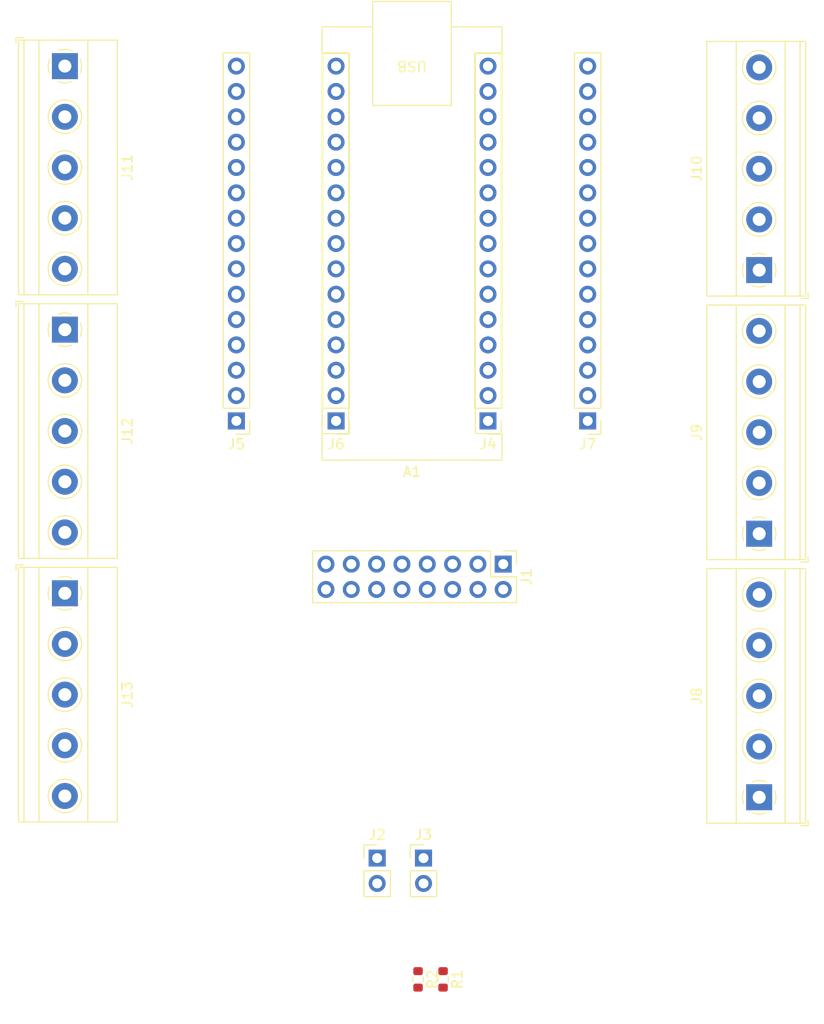
<source format=kicad_pcb>
(kicad_pcb (version 20240108) (generator "pcbnew") (generator_version "8.0")
  (layers (0 "F.Cu" signal) (31 "B.Cu" signal) (34 "B.Paste" user) (35 "F.Paste" user) (36 "B.SilkS" user "B.Silkscreen") (37 "F.SilkS" user "F.Silkscreen") (38 "B.Mask" user) (39 "F.Mask" user) (44 "Edge.Cuts" user))
  (net 0 "")
  (net 1 "GND")
  (net 2 "Net-(A1-D5)")
  (net 3 "Net-(A1-AREF)")
  (net 4 "Net-(A1-D10)")
  (net 5 "Net-(A1-A6)")
  (net 6 "I2C_SDA")
  (net 7 "RST")
  (net 8 "Net-(A1-D9)")
  (net 9 "Net-(A1-A3)")
  (net 10 "SPI_MOSI")
  (net 11 "SPI_SCK")
  (net 12 "I2C_SCL")
  (net 13 "Net-(A1-D2)")
  (net 14 "Net-(A1-D1{slash}TX)")
  (net 15 "SPI_MISO")
  (net 16 "Net-(A1-A2)")
  (net 17 "Net-(A1-A1)")
  (net 18 "Net-(A1-D6)")
  (net 19 "Net-(A1-A7)")
  (net 20 "Net-(A1-A0)")
  (net 21 "Net-(A1-D3)")
  (net 22 "Net-(A1-D4)")
  (net 23 "Net-(A1-D7)")
  (net 24 "Net-(A1-D0{slash}RX)")
  (net 26 "Net-(A1-D8)")
  (net 27 "3v3")
  (net 28 "5v")
  (net 34 "Net-(J2-Pin_2)")
  (net 35 "Net-(J3-Pin_2)")
  (net 36 "Net-(J13-Pin_5)")
  (footprint "Connector_PinHeader_2.54mm:PinHeader_1x02_P2.54mm_Vertical" (layer "F.Cu") (at 76.249 126.238)
    (property "Reference" "J2" (at 0 -2.33 0) (layer "F.SilkS"))
    (property "Value" "Conn_01x02_Pin")
    (fp_line (start -1.33 -1.33) (end 0 -1.33) (stroke (width 0.12)) (layer "F.SilkS"))
    (fp_line (start -1.33 0) (end -1.33 -1.33) (stroke (width 0.12)) (layer "F.SilkS"))
    (fp_line (start -1.33 1.27) (end -1.33 3.87) (stroke (width 0.12)) (layer "F.SilkS"))
    (fp_line (start -1.33 1.27) (end 1.33 1.27) (stroke (width 0.12)) (layer "F.SilkS"))
    (fp_line (start -1.33 3.87) (end 1.33 3.87) (stroke (width 0.12)) (layer "F.SilkS"))
    (fp_line (start 1.33 1.27) (end 1.33 3.87) (stroke (width 0.12)) (layer "F.SilkS"))
    (pad "1" thru_hole rect (at 0 0) (size 1.7 1.7) (drill 1) (layers "*.Cu" "*.Mask") (net 28 "5v"))
    (pad "2" thru_hole oval (at 0 2.54) (size 1.7 1.7) (drill 1) (layers "*.Cu" "*.Mask") (net 34 "Net-(J2-Pin_2)"))
  )
  (footprint "TerminalBlock_Phoenix:TerminalBlock_Phoenix_MKDS-1,5-5-5.08_1x05_P5.08mm_Horizontal" (layer "F.Cu") (at 44.925 73.279 -90)
    (property "Reference" "J12" (at 10.16 -6.26 90) (layer "F.SilkS"))
    (property "Value" "Screw_Terminal_01x05")
    (fp_line (start -2.84 4.9) (end -2.34 4.9) (stroke (width 0.12)) (layer "F.SilkS"))
    (fp_line (start -2.6 4.66) (end 22.92 4.66) (stroke (width 0.12)) (layer "F.SilkS"))
    (fp_line (start -2.84 4.16) (end -2.84 4.9) (stroke (width 0.12)) (layer "F.SilkS"))
    (fp_line (start -2.6 4.1) (end 22.92 4.1) (stroke (width 0.12)) (layer "F.SilkS"))
    (fp_line (start -2.6 2.6) (end 22.92 2.6) (stroke (width 0.12)) (layer "F.SilkS"))
    (fp_line (start 4.046 1.239) (end 4.011 1.274) (stroke (width 0.12)) (layer "F.SilkS"))
    (fp_line (start 9.126 1.239) (end 9.091 1.274) (stroke (width 0.12)) (layer "F.SilkS"))
    (fp_line (start 14.206 1.239) (end 14.171 1.274) (stroke (width 0.12)) (layer "F.SilkS"))
    (fp_line (start 19.286 1.239) (end 19.251 1.274) (stroke (width 0.12)) (layer "F.SilkS"))
    (fp_line (start 3.853 1.023) (end 3.806 1.069) (stroke (width 0.12)) (layer "F.SilkS"))
    (fp_line (start 8.933 1.023) (end 8.886 1.069) (stroke (width 0.12)) (layer "F.SilkS"))
    (fp_line (start 14.013 1.023) (end 13.966 1.069) (stroke (width 0.12)) (layer "F.SilkS"))
    (fp_line (start 19.093 1.023) (end 19.046 1.069) (stroke (width 0.12)) (layer "F.SilkS"))
    (fp_line (start 6.355 -1.069) (end 6.308 -1.023) (stroke (width 0.12)) (layer "F.SilkS"))
    (fp_line (start 11.435 -1.069) (end 11.388 -1.023) (stroke (width 0.12)) (layer "F.SilkS"))
    (fp_line (start 16.515 -1.069) (end 16.468 -1.023) (stroke (width 0.12)) (layer "F.SilkS"))
    (fp_line (start 21.595 -1.069) (end 21.548 -1.023) (stroke (width 0.12)) (layer "F.SilkS"))
    (fp_line (start 6.15 -1.275) (end 6.115 -1.239) (stroke (width 0.12)) (layer "F.SilkS"))
    (fp_line (start 11.23 -1.275) (end 11.195 -1.239) (stroke (width 0.12)) (layer "F.SilkS"))
    (fp_line (start 16.31 -1.275) (end 16.275 -1.239) (stroke (width 0.12)) (layer "F.SilkS"))
    (fp_line (start 21.39 -1.275) (end 21.355 -1.239) (stroke (width 0.12)) (layer "F.SilkS"))
    (fp_line (start -2.6 -2.301) (end 22.92 -2.301) (stroke (width 0.12)) (layer "F.SilkS"))
    (fp_line (start -2.6 -5.261) (end -2.6 4.66) (stroke (width 0.12)) (layer "F.SilkS"))
    (fp_line (start -2.6 -5.261) (end 22.92 -5.261) (stroke (width 0.12)) (layer "F.SilkS"))
    (fp_line (start 22.92 -5.261) (end 22.92 4.66) (stroke (width 0.12)) (layer "F.SilkS"))
    (fp_arc (start 0.028805 1.680253) (mid -0.335551 1.646659) (end -0.684 1.535) (stroke (width 0.12)) (layer "F.SilkS"))
    (fp_arc (start 0.683318 1.534756) (mid 0.349292 1.643288) (end 0 1.68) (stroke (width 0.12)) (layer "F.SilkS"))
    (fp_arc (start -1.535427 0.683042) (mid -1.680501 -0.000524) (end -1.535 -0.684) (stroke (width 0.12)) (layer "F.SilkS"))
    (fp_arc (start 1.535427 -0.683042) (mid 1.680501 0.000524) (end 1.535 0.684) (stroke (width 0.12)) (layer "F.SilkS"))
    (fp_arc (start -0.683042 -1.535427) (mid 0.000524 -1.680501) (end 0.684 -1.535) (stroke (width 0.12)) (layer "F.SilkS"))
    (fp_circle (center 5.08 0) (end 6.76 0) (stroke (width 0.12)) (fill none) (layer "F.SilkS"))
    (fp_circle (center 10.16 0) (end 11.84 0) (stroke (width 0.12)) (fill none) (layer "F.SilkS"))
    (fp_circle (center 15.24 0) (end 16.92 0) (stroke (width 0.12)) (fill none) (layer "F.SilkS"))
    (fp_circle (center 20.32 0) (end 22 0) (stroke (width 0.12)) (fill none) (layer "F.SilkS"))
    (pad "1" thru_hole rect (at 0 0 270) (size 2.6 2.6) (drill 1.3) (layers "*.Cu" "*.Mask") (net 16 "Net-(A1-A2)"))
    (pad "2" thru_hole circle (at 5.08 0 270) (size 2.6 2.6) (drill 1.3) (layers "*.Cu" "*.Mask") (net 9 "Net-(A1-A3)"))
    (pad "3" thru_hole circle (at 10.16 0 270) (size 2.6 2.6) (drill 1.3) (layers "*.Cu" "*.Mask") (net 6 "I2C_SDA"))
    (pad "4" thru_hole circle (at 15.24 0 270) (size 2.6 2.6) (drill 1.3) (layers "*.Cu" "*.Mask") (net 12 "I2C_SCL"))
    (pad "5" thru_hole circle (at 20.32 0 270) (size 2.6 2.6) (drill 1.3) (layers "*.Cu" "*.Mask") (net 5 "Net-(A1-A6)"))
  )
  (footprint "Connector_PinHeader_2.54mm:PinHeader_2x08_P2.54mm_Vertical" (layer "F.Cu") (at 88.892933 96.774967 -90)
    (property "Reference" "J1" (at 1.27 -2.33 90) (layer "F.SilkS"))
    (property "Value" "Conn_02x08_Odd_Even")
    (fp_line (start -1.33 19.11) (end 3.87 19.11) (stroke (width 0.12)) (layer "F.SilkS"))
    (fp_line (start -1.33 1.27) (end -1.33 19.11) (stroke (width 0.12)) (layer "F.SilkS"))
    (fp_line (start -1.33 1.27) (end 1.27 1.27) (stroke (width 0.12)) (layer "F.SilkS"))
    (fp_line (start 1.27 1.27) (end 1.27 -1.33) (stroke (width 0.12)) (layer "F.SilkS"))
    (fp_line (start -1.33 0) (end -1.33 -1.33) (stroke (width 0.12)) (layer "F.SilkS"))
    (fp_line (start -1.33 -1.33) (end 0 -1.33) (stroke (width 0.12)) (layer "F.SilkS"))
    (fp_line (start 1.27 -1.33) (end 3.87 -1.33) (stroke (width 0.12)) (layer "F.SilkS"))
    (fp_line (start 3.87 -1.33) (end 3.87 19.11) (stroke (width 0.12)) (layer "F.SilkS"))
    (pad "1" thru_hole rect (at 0 0 270) (size 1.7 1.7) (drill 1) (layers "*.Cu" "*.Mask") (net 27 "3v3"))
    (pad "2" thru_hole oval (at 2.54 0 270) (size 1.7 1.7) (drill 1) (layers "*.Cu" "*.Mask") (net 27 "3v3"))
    (pad "3" thru_hole oval (at 0 2.54 270) (size 1.7 1.7) (drill 1) (layers "*.Cu" "*.Mask") (net 28 "5v"))
    (pad "4" thru_hole oval (at 2.54 2.54 270) (size 1.7 1.7) (drill 1) (layers "*.Cu" "*.Mask") (net 28 "5v"))
    (pad "5" thru_hole oval (at 0 5.08 270) (size 1.7 1.7) (drill 1) (layers "*.Cu" "*.Mask") (net 1 "GND"))
    (pad "6" thru_hole oval (at 2.54 5.08 270) (size 1.7 1.7) (drill 1) (layers "*.Cu" "*.Mask") (net 1 "GND"))
    (pad "7" thru_hole oval (at 0 7.62 270) (size 1.7 1.7) (drill 1) (layers "*.Cu" "*.Mask") (net 6 "I2C_SDA"))
    (pad "8" thru_hole oval (at 2.54 7.62 270) (size 1.7 1.7) (drill 1) (layers "*.Cu" "*.Mask") (net 12 "I2C_SCL"))
    (pad "9" thru_hole oval (at 0 10.16 270) (size 1.7 1.7) (drill 1) (layers "*.Cu" "*.Mask") (net 10 "SPI_MOSI"))
    (pad "10" thru_hole oval (at 2.54 10.16 270) (size 1.7 1.7) (drill 1) (layers "*.Cu" "*.Mask") (net 15 "SPI_MISO"))
    (pad "11" thru_hole oval (at 0 12.7 270) (size 1.7 1.7) (drill 1) (layers "*.Cu" "*.Mask") (net 11 "SPI_SCK"))
    (pad "12" thru_hole oval (at 2.54 12.7 270) (size 1.7 1.7) (drill 1) (layers "*.Cu" "*.Mask"))
    (pad "13" thru_hole oval (at 0 15.24 270) (size 1.7 1.7) (drill 1) (layers "*.Cu" "*.Mask"))
    (pad "14" thru_hole oval (at 2.54 15.24 270) (size 1.7 1.7) (drill 1) (layers "*.Cu" "*.Mask"))
    (pad "15" thru_hole oval (at 0 17.78 270) (size 1.7 1.7) (drill 1) (layers "*.Cu" "*.Mask"))
    (pad "16" thru_hole oval (at 2.54 17.78 270) (size 1.7 1.7) (drill 1) (layers "*.Cu" "*.Mask"))
  )
  (footprint "Connector_PinHeader_2.54mm:PinHeader_1x15_P2.54mm_Vertical" (layer "F.Cu") (at 97.366 82.425 180)
    (property "Reference" "J7" (at 0 -2.33 360) (layer "F.SilkS"))
    (property "Value" "Conn_01x15")
    (fp_line (start 1.33 1.27) (end 1.33 36.89) (stroke (width 0.12)) (layer "F.SilkS"))
    (fp_line (start -1.33 36.89) (end 1.33 36.89) (stroke (width 0.12)) (layer "F.SilkS"))
    (fp_line (start -1.33 1.27) (end 1.33 1.27) (stroke (width 0.12)) (layer "F.SilkS"))
    (fp_line (start -1.33 1.27) (end -1.33 36.89) (stroke (width 0.12)) (layer "F.SilkS"))
    (fp_line (start -1.33 0) (end -1.33 -1.33) (stroke (width 0.12)) (layer "F.SilkS"))
    (fp_line (start -1.33 -1.33) (end 0 -1.33) (stroke (width 0.12)) (layer "F.SilkS"))
    (pad "1" thru_hole rect (at 0 0 180) (size 1.7 1.7) (drill 1) (layers "*.Cu" "*.Mask") (net 14 "Net-(A1-D1{slash}TX)"))
    (pad "2" thru_hole oval (at 0 2.54 180) (size 1.7 1.7) (drill 1) (layers "*.Cu" "*.Mask") (net 24 "Net-(A1-D0{slash}RX)"))
    (pad "3" thru_hole oval (at 0 5.08 180) (size 1.7 1.7) (drill 1) (layers "*.Cu" "*.Mask") (net 7 "RST"))
    (pad "4" thru_hole oval (at 0 7.62 180) (size 1.7 1.7) (drill 1) (layers "*.Cu" "*.Mask") (net 1 "GND"))
    (pad "5" thru_hole oval (at 0 10.16 180) (size 1.7 1.7) (drill 1) (layers "*.Cu" "*.Mask") (net 13 "Net-(A1-D2)"))
    (pad "6" thru_hole oval (at 0 12.7 180) (size 1.7 1.7) (drill 1) (layers "*.Cu" "*.Mask") (net 21 "Net-(A1-D3)"))
    (pad "7" thru_hole oval (at 0 15.24 180) (size 1.7 1.7) (drill 1) (layers "*.Cu" "*.Mask") (net 22 "Net-(A1-D4)"))
    (pad "8" thru_hole oval (at 0 17.78 180) (size 1.7 1.7) (drill 1) (layers "*.Cu" "*.Mask") (net 2 "Net-(A1-D5)"))
    (pad "9" thru_hole oval (at 0 20.32 180) (size 1.7 1.7) (drill 1) (layers "*.Cu" "*.Mask") (net 18 "Net-(A1-D6)"))
    (pad "10" thru_hole oval (at 0 22.86 180) (size 1.7 1.7) (drill 1) (layers "*.Cu" "*.Mask") (net 23 "Net-(A1-D7)"))
    (pad "11" thru_hole oval (at 0 25.4 180) (size 1.7 1.7) (drill 1) (layers "*.Cu" "*.Mask") (net 26 "Net-(A1-D8)"))
    (pad "12" thru_hole oval (at 0 27.94 180) (size 1.7 1.7) (drill 1) (layers "*.Cu" "*.Mask") (net 8 "Net-(A1-D9)"))
    (pad "13" thru_hole oval (at 0 30.48 180) (size 1.7 1.7) (drill 1) (layers "*.Cu" "*.Mask") (net 4 "Net-(A1-D10)"))
    (pad "14" thru_hole oval (at 0 33.02 180) (size 1.7 1.7) (drill 1) (layers "*.Cu" "*.Mask") (net 10 "SPI_MOSI"))
    (pad "15" thru_hole oval (at 0 35.56 180) (size 1.7 1.7) (drill 1) (layers "*.Cu" "*.Mask") (net 15 "SPI_MISO"))
  )
  (footprint "Connector_PinHeader_2.54mm:PinHeader_1x02_P2.54mm_Vertical" (layer "F.Cu") (at 80.899 126.238)
    (property "Reference" "J3" (at 0 -2.33 0) (layer "F.SilkS"))
    (property "Value" "Conn_01x02_Pin")
    (fp_line (start -1.33 -1.33) (end 0 -1.33) (stroke (width 0.12)) (layer "F.SilkS"))
    (fp_line (start -1.33 0) (end -1.33 -1.33) (stroke (width 0.12)) (layer "F.SilkS"))
    (fp_line (start -1.33 1.27) (end -1.33 3.87) (stroke (width 0.12)) (layer "F.SilkS"))
    (fp_line (start -1.33 1.27) (end 1.33 1.27) (stroke (width 0.12)) (layer "F.SilkS"))
    (fp_line (start -1.33 3.87) (end 1.33 3.87) (stroke (width 0.12)) (layer "F.SilkS"))
    (fp_line (start 1.33 1.27) (end 1.33 3.87) (stroke (width 0.12)) (layer "F.SilkS"))
    (pad "1" thru_hole rect (at 0 0) (size 1.7 1.7) (drill 1) (layers "*.Cu" "*.Mask") (net 28 "5v"))
    (pad "2" thru_hole oval (at 0 2.54) (size 1.7 1.7) (drill 1) (layers "*.Cu" "*.Mask") (net 35 "Net-(J3-Pin_2)"))
  )
  (footprint "TerminalBlock_Phoenix:TerminalBlock_Phoenix_MKDS-1,5-5-5.08_1x05_P5.08mm_Horizontal" (layer "F.Cu") (at 44.925 99.695 -90)
    (property "Reference" "J13" (at 10.16 -6.26 90) (layer "F.SilkS"))
    (property "Value" "Screw_Terminal_01x05")
    (fp_line (start -2.84 4.9) (end -2.34 4.9) (stroke (width 0.12)) (layer "F.SilkS"))
    (fp_line (start -2.6 4.66) (end 22.92 4.66) (stroke (width 0.12)) (layer "F.SilkS"))
    (fp_line (start -2.84 4.16) (end -2.84 4.9) (stroke (width 0.12)) (layer "F.SilkS"))
    (fp_line (start -2.6 4.1) (end 22.92 4.1) (stroke (width 0.12)) (layer "F.SilkS"))
    (fp_line (start -2.6 2.6) (end 22.92 2.6) (stroke (width 0.12)) (layer "F.SilkS"))
    (fp_line (start 4.046 1.239) (end 4.011 1.274) (stroke (width 0.12)) (layer "F.SilkS"))
    (fp_line (start 9.126 1.239) (end 9.091 1.274) (stroke (width 0.12)) (layer "F.SilkS"))
    (fp_line (start 14.206 1.239) (end 14.171 1.274) (stroke (width 0.12)) (layer "F.SilkS"))
    (fp_line (start 19.286 1.239) (end 19.251 1.274) (stroke (width 0.12)) (layer "F.SilkS"))
    (fp_line (start 3.853 1.023) (end 3.806 1.069) (stroke (width 0.12)) (layer "F.SilkS"))
    (fp_line (start 8.933 1.023) (end 8.886 1.069) (stroke (width 0.12)) (layer "F.SilkS"))
    (fp_line (start 14.013 1.023) (end 13.966 1.069) (stroke (width 0.12)) (layer "F.SilkS"))
    (fp_line (start 19.093 1.023) (end 19.046 1.069) (stroke (width 0.12)) (layer "F.SilkS"))
    (fp_line (start 6.355 -1.069) (end 6.308 -1.023) (stroke (width 0.12)) (layer "F.SilkS"))
    (fp_line (start 11.435 -1.069) (end 11.388 -1.023) (stroke (width 0.12)) (layer "F.SilkS"))
    (fp_line (start 16.515 -1.069) (end 16.468 -1.023) (stroke (width 0.12)) (layer "F.SilkS"))
    (fp_line (start 21.595 -1.069) (end 21.548 -1.023) (stroke (width 0.12)) (layer "F.SilkS"))
    (fp_line (start 6.15 -1.275) (end 6.115 -1.239) (stroke (width 0.12)) (layer "F.SilkS"))
    (fp_line (start 11.23 -1.275) (end 11.195 -1.239) (stroke (width 0.12)) (layer "F.SilkS"))
    (fp_line (start 16.31 -1.275) (end 16.275 -1.239) (stroke (width 0.12)) (layer "F.SilkS"))
    (fp_line (start 21.39 -1.275) (end 21.355 -1.239) (stroke (width 0.12)) (layer "F.SilkS"))
    (fp_line (start -2.6 -2.301) (end 22.92 -2.301) (stroke (width 0.12)) (layer "F.SilkS"))
    (fp_line (start -2.6 -5.261) (end -2.6 4.66) (stroke (width 0.12)) (layer "F.SilkS"))
    (fp_line (start -2.6 -5.261) (end 22.92 -5.261) (stroke (width 0.12)) (layer "F.SilkS"))
    (fp_line (start 22.92 -5.261) (end 22.92 4.66) (stroke (width 0.12)) (layer "F.SilkS"))
    (fp_arc (start 0.028805 1.680253) (mid -0.335551 1.646659) (end -0.684 1.535) (stroke (width 0.12)) (layer "F.SilkS"))
    (fp_arc (start 0.683318 1.534756) (mid 0.349292 1.643288) (end 0 1.68) (stroke (width 0.12)) (layer "F.SilkS"))
    (fp_arc (start -1.535427 0.683042) (mid -1.680501 -0.000524) (end -1.535 -0.684) (stroke (width 0.12)) (layer "F.SilkS"))
    (fp_arc (start 1.535427 -0.683042) (mid 1.680501 0.000524) (end 1.535 0.684) (stroke (width 0.12)) (layer "F.SilkS"))
    (fp_arc (start -0.683042 -1.535427) (mid 0.000524 -1.680501) (end 0.684 -1.535) (stroke (width 0.12)) (layer "F.SilkS"))
    (fp_circle (center 5.08 0) (end 6.76 0) (stroke (width 0.12)) (fill none) (layer "F.SilkS"))
    (fp_circle (center 10.16 0) (end 11.84 0) (stroke (width 0.12)) (fill none) (layer "F.SilkS"))
    (fp_circle (center 15.24 0) (end 16.92 0) (stroke (width 0.12)) (fill none) (layer "F.SilkS"))
    (fp_circle (center 20.32 0) (end 22 0) (stroke (width 0.12)) (fill none) (layer "F.SilkS"))
    (pad "1" thru_hole rect (at 0 0 270) (size 2.6 2.6) (drill 1.3) (layers "*.Cu" "*.Mask") (net 19 "Net-(A1-A7)"))
    (pad "2" thru_hole circle (at 5.08 0 270) (size 2.6 2.6) (drill 1.3) (layers "*.Cu" "*.Mask") (net 28 "5v"))
    (pad "3" thru_hole circle (at 10.16 0 270) (size 2.6 2.6) (drill 1.3) (layers "*.Cu" "*.Mask") (net 7 "RST"))
    (pad "4" thru_hole circle (at 15.24 0 270) (size 2.6 2.6) (drill 1.3) (layers "*.Cu" "*.Mask") (net 1 "GND"))
    (pad "5" thru_hole circle (at 20.32 0 270) (size 2.6 2.6) (drill 1.3) (layers "*.Cu" "*.Mask") (net 36 "Net-(J13-Pin_5)"))
  )
  (footprint "Connector_PinHeader_2.54mm:PinHeader_1x15_P2.54mm_Vertical" (layer "F.Cu") (at 72.126 82.425 180)
    (property "Reference" "J6" (at 0 -2.33 360) (layer "F.SilkS"))
    (property "Value" "Conn_01x15")
    (fp_line (start 1.33 1.27) (end 1.33 36.89) (stroke (width 0.12)) (layer "F.SilkS"))
    (fp_line (start -1.33 36.89) (end 1.33 36.89) (stroke (width 0.12)) (layer "F.SilkS"))
    (fp_line (start -1.33 1.27) (end 1.33 1.27) (stroke (width 0.12)) (layer "F.SilkS"))
    (fp_line (start -1.33 1.27) (end -1.33 36.89) (stroke (width 0.12)) (layer "F.SilkS"))
    (fp_line (start -1.33 0) (end -1.33 -1.33) (stroke (width 0.12)) (layer "F.SilkS"))
    (fp_line (start -1.33 -1.33) (end 0 -1.33) (stroke (width 0.12)) (layer "F.SilkS"))
    (pad "1" thru_hole rect (at 0 0 180) (size 1.7 1.7) (drill 1) (layers "*.Cu" "*.Mask") (net 36 "Net-(J13-Pin_5)"))
    (pad "2" thru_hole oval (at 0 2.54 180) (size 1.7 1.7) (drill 1) (layers "*.Cu" "*.Mask") (net 1 "GND"))
    (pad "3" thru_hole oval (at 0 5.08 180) (size 1.7 1.7) (drill 1) (layers "*.Cu" "*.Mask") (net 7 "RST"))
    (pad "4" thru_hole oval (at 0 7.62 180) (size 1.7 1.7) (drill 1) (layers "*.Cu" "*.Mask") (net 28 "5v"))
    (pad "5" thru_hole oval (at 0 10.16 180) (size 1.7 1.7) (drill 1) (layers "*.Cu" "*.Mask") (net 19 "Net-(A1-A7)"))
    (pad "6" thru_hole oval (at 0 12.7 180) (size 1.7 1.7) (drill 1) (layers "*.Cu" "*.Mask") (net 5 "Net-(A1-A6)"))
    (pad "7" thru_hole oval (at 0 15.24 180) (size 1.7 1.7) (drill 1) (layers "*.Cu" "*.Mask") (net 12 "I2C_SCL"))
    (pad "8" thru_hole oval (at 0 17.78 180) (size 1.7 1.7) (drill 1) (layers "*.Cu" "*.Mask") (net 6 "I2C_SDA"))
    (pad "9" thru_hole oval (at 0 20.32 180) (size 1.7 1.7) (drill 1) (layers "*.Cu" "*.Mask") (net 9 "Net-(A1-A3)"))
    (pad "10" thru_hole oval (at 0 22.86 180) (size 1.7 1.7) (drill 1) (layers "*.Cu" "*.Mask") (net 16 "Net-(A1-A2)"))
    (pad "11" thru_hole oval (at 0 25.4 180) (size 1.7 1.7) (drill 1) (layers "*.Cu" "*.Mask") (net 17 "Net-(A1-A1)"))
    (pad "12" thru_hole oval (at 0 27.94 180) (size 1.7 1.7) (drill 1) (layers "*.Cu" "*.Mask") (net 20 "Net-(A1-A0)"))
    (pad "13" thru_hole oval (at 0 30.48 180) (size 1.7 1.7) (drill 1) (layers "*.Cu" "*.Mask") (net 3 "Net-(A1-AREF)"))
    (pad "14" thru_hole oval (at 0 33.02 180) (size 1.7 1.7) (drill 1) (layers "*.Cu" "*.Mask") (net 27 "3v3"))
    (pad "15" thru_hole oval (at 0 35.56 180) (size 1.7 1.7) (drill 1) (layers "*.Cu" "*.Mask") (net 11 "SPI_SCK"))
  )
  (footprint "Resistor_SMD:R_0603_1608Metric" (layer "F.Cu") (at 82.858 138.393 -90)
    (property "Reference" "R1" (at 0 -1.43 90) (layer "F.SilkS"))
    (property "Value" "R_Small_US")
    (fp_line (start -0.237258 0.5225) (end 0.237258 0.5225) (stroke (width 0.12)) (layer "F.SilkS"))
    (fp_line (start -0.237258 -0.5225) (end 0.237258 -0.5225) (stroke (width 0.12)) (layer "F.SilkS"))
    (pad "1" smd roundrect (at -0.825 0 270) (size 0.8 0.95) (layers "F.Cu" "F.Paste" "F.Mask") (net 34 "Net-(J2-Pin_2)"))
    (pad "2" smd roundrect (at 0.825 0 270) (size 0.8 0.95) (layers "F.Cu" "F.Paste" "F.Mask") (net 6 "I2C_SDA"))
  )
  (footprint "TerminalBlock_Phoenix:TerminalBlock_Phoenix_MKDS-1,5-5-5.08_1x05_P5.08mm_Horizontal" (layer "F.Cu") (at 44.925 46.863 -90)
    (property "Reference" "J11" (at 10.16 -6.26 90) (layer "F.SilkS"))
    (property "Value" "Screw_Terminal_01x05")
    (fp_line (start -2.84 4.9) (end -2.34 4.9) (stroke (width 0.12)) (layer "F.SilkS"))
    (fp_line (start -2.6 4.66) (end 22.92 4.66) (stroke (width 0.12)) (layer "F.SilkS"))
    (fp_line (start -2.84 4.16) (end -2.84 4.9) (stroke (width 0.12)) (layer "F.SilkS"))
    (fp_line (start -2.6 4.1) (end 22.92 4.1) (stroke (width 0.12)) (layer "F.SilkS"))
    (fp_line (start -2.6 2.6) (end 22.92 2.6) (stroke (width 0.12)) (layer "F.SilkS"))
    (fp_line (start 4.046 1.239) (end 4.011 1.274) (stroke (width 0.12)) (layer "F.SilkS"))
    (fp_line (start 9.126 1.239) (end 9.091 1.274) (stroke (width 0.12)) (layer "F.SilkS"))
    (fp_line (start 14.206 1.239) (end 14.171 1.274) (stroke (width 0.12)) (layer "F.SilkS"))
    (fp_line (start 19.286 1.239) (end 19.251 1.274) (stroke (width 0.12)) (layer "F.SilkS"))
    (fp_line (start 3.853 1.023) (end 3.806 1.069) (stroke (width 0.12)) (layer "F.SilkS"))
    (fp_line (start 8.933 1.023) (end 8.886 1.069) (stroke (width 0.12)) (layer "F.SilkS"))
    (fp_line (start 14.013 1.023) (end 13.966 1.069) (stroke (width 0.12)) (layer "F.SilkS"))
    (fp_line (start 19.093 1.023) (end 19.046 1.069) (stroke (width 0.12)) (layer "F.SilkS"))
    (fp_line (start 6.355 -1.069) (end 6.308 -1.023) (stroke (width 0.12)) (layer "F.SilkS"))
    (fp_line (start 11.435 -1.069) (end 11.388 -1.023) (stroke (width 0.12)) (layer "F.SilkS"))
    (fp_line (start 16.515 -1.069) (end 16.468 -1.023) (stroke (width 0.12)) (layer "F.SilkS"))
    (fp_line (start 21.595 -1.069) (end 21.548 -1.023) (stroke (width 0.12)) (layer "F.SilkS"))
    (fp_line (start 6.15 -1.275) (end 6.115 -1.239) (stroke (width 0.12)) (layer "F.SilkS"))
    (fp_line (start 11.23 -1.275) (end 11.195 -1.239) (stroke (width 0.12)) (layer "F.SilkS"))
    (fp_line (start 16.31 -1.275) (end 16.275 -1.239) (stroke (width 0.12)) (layer "F.SilkS"))
    (fp_line (start 21.39 -1.275) (end 21.355 -1.239) (stroke (width 0.12)) (layer "F.SilkS"))
    (fp_line (start -2.6 -2.301) (end 22.92 -2.301) (stroke (width 0.12)) (layer "F.SilkS"))
    (fp_line (start -2.6 -5.261) (end -2.6 4.66) (stroke (width 0.12)) (layer "F.SilkS"))
    (fp_line (start -2.6 -5.261) (end 22.92 -5.261) (stroke (width 0.12)) (layer "F.SilkS"))
    (fp_line (start 22.92 -5.261) (end 22.92 4.66) (stroke (width 0.12)) (layer "F.SilkS"))
    (fp_arc (start 0.028805 1.680253) (mid -0.335551 1.646659) (end -0.684 1.535) (stroke (width 0.12)) (layer "F.SilkS"))
    (fp_arc (start 0.683318 1.534756) (mid 0.349292 1.643288) (end 0 1.68) (stroke (width 0.12)) (layer "F.SilkS"))
    (fp_arc (start -1.535427 0.683042) (mid -1.680501 -0.000524) (end -1.535 -0.684) (stroke (width 0.12)) (layer "F.SilkS"))
    (fp_arc (start 1.535427 -0.683042) (mid 1.680501 0.000524) (end 1.535 0.684) (stroke (width 0.12)) (layer "F.SilkS"))
    (fp_arc (start -0.683042 -1.535427) (mid 0.000524 -1.680501) (end 0.684 -1.535) (stroke (width 0.12)) (layer "F.SilkS"))
    (fp_circle (center 5.08 0) (end 6.76 0) (stroke (width 0.12)) (fill none) (layer "F.SilkS"))
    (fp_circle (center 10.16 0) (end 11.84 0) (stroke (width 0.12)) (fill none) (layer "F.SilkS"))
    (fp_circle (center 15.24 0) (end 16.92 0) (stroke (width 0.12)) (fill none) (layer "F.SilkS"))
    (fp_circle (center 20.32 0) (end 22 0) (stroke (width 0.12)) (fill none) (layer "F.SilkS"))
    (pad "1" thru_hole rect (at 0 0 270) (size 2.6 2.6) (drill 1.3) (layers "*.Cu" "*.Mask") (net 11 "SPI_SCK"))
    (pad "2" thru_hole circle (at 5.08 0 270) (size 2.6 2.6) (drill 1.3) (layers "*.Cu" "*.Mask") (net 27 "3v3"))
    (pad "3" thru_hole circle (at 10.16 0 270) (size 2.6 2.6) (drill 1.3) (layers "*.Cu" "*.Mask") (net 3 "Net-(A1-AREF)"))
    (pad "4" thru_hole circle (at 15.24 0 270) (size 2.6 2.6) (drill 1.3) (layers "*.Cu" "*.Mask") (net 20 "Net-(A1-A0)"))
    (pad "5" thru_hole circle (at 20.32 0 270) (size 2.6 2.6) (drill 1.3) (layers "*.Cu" "*.Mask") (net 17 "Net-(A1-A1)"))
  )
  (footprint "Resistor_SMD:R_0603_1608Metric" (layer "F.Cu") (at 80.348 138.393 -90)
    (property "Reference" "R2" (at 0 -1.43 90) (layer "F.SilkS"))
    (property "Value" "R_Small_US")
    (fp_line (start -0.237258 0.5225) (end 0.237258 0.5225) (stroke (width 0.12)) (layer "F.SilkS"))
    (fp_line (start -0.237258 -0.5225) (end 0.237258 -0.5225) (stroke (width 0.12)) (layer "F.SilkS"))
    (pad "1" smd roundrect (at -0.825 0 270) (size 0.8 0.95) (layers "F.Cu" "F.Paste" "F.Mask") (net 35 "Net-(J3-Pin_2)"))
    (pad "2" smd roundrect (at 0.825 0 270) (size 0.8 0.95) (layers "F.Cu" "F.Paste" "F.Mask") (net 12 "I2C_SCL"))
  )
  (footprint "Connector_PinHeader_2.54mm:PinHeader_1x15_P2.54mm_Vertical" (layer "F.Cu") (at 62.126 82.425 180)
    (property "Reference" "J5" (at 0 -2.33 360) (layer "F.SilkS"))
    (property "Value" "Conn_01x15")
    (fp_line (start 1.33 1.27) (end 1.33 36.89) (stroke (width 0.12)) (layer "F.SilkS"))
    (fp_line (start -1.33 36.89) (end 1.33 36.89) (stroke (width 0.12)) (layer "F.SilkS"))
    (fp_line (start -1.33 1.27) (end 1.33 1.27) (stroke (width 0.12)) (layer "F.SilkS"))
    (fp_line (start -1.33 1.27) (end -1.33 36.89) (stroke (width 0.12)) (layer "F.SilkS"))
    (fp_line (start -1.33 0) (end -1.33 -1.33) (stroke (width 0.12)) (layer "F.SilkS"))
    (fp_line (start -1.33 -1.33) (end 0 -1.33) (stroke (width 0.12)) (layer "F.SilkS"))
    (pad "1" thru_hole rect (at 0 0 180) (size 1.7 1.7) (drill 1) (layers "*.Cu" "*.Mask") (net 36 "Net-(J13-Pin_5)"))
    (pad "2" thru_hole oval (at 0 2.54 180) (size 1.7 1.7) (drill 1) (layers "*.Cu" "*.Mask") (net 1 "GND"))
    (pad "3" thru_hole oval (at 0 5.08 180) (size 1.7 1.7) (drill 1) (layers "*.Cu" "*.Mask") (net 7 "RST"))
    (pad "4" thru_hole oval (at 0 7.62 180) (size 1.7 1.7) (drill 1) (layers "*.Cu" "*.Mask") (net 28 "5v"))
    (pad "5" thru_hole oval (at 0 10.16 180) (size 1.7 1.7) (drill 1) (layers "*.Cu" "*.Mask") (net 19 "Net-(A1-A7)"))
    (pad "6" thru_hole oval (at 0 12.7 180) (size 1.7 1.7) (drill 1) (layers "*.Cu" "*.Mask") (net 5 "Net-(A1-A6)"))
    (pad "7" thru_hole oval (at 0 15.24 180) (size 1.7 1.7) (drill 1) (layers "*.Cu" "*.Mask") (net 12 "I2C_SCL"))
    (pad "8" thru_hole oval (at 0 17.78 180) (size 1.7 1.7) (drill 1) (layers "*.Cu" "*.Mask") (net 6 "I2C_SDA"))
    (pad "9" thru_hole oval (at 0 20.32 180) (size 1.7 1.7) (drill 1) (layers "*.Cu" "*.Mask") (net 9 "Net-(A1-A3)"))
    (pad "10" thru_hole oval (at 0 22.86 180) (size 1.7 1.7) (drill 1) (layers "*.Cu" "*.Mask") (net 16 "Net-(A1-A2)"))
    (pad "11" thru_hole oval (at 0 25.4 180) (size 1.7 1.7) (drill 1) (layers "*.Cu" "*.Mask") (net 17 "Net-(A1-A1)"))
    (pad "12" thru_hole oval (at 0 27.94 180) (size 1.7 1.7) (drill 1) (layers "*.Cu" "*.Mask") (net 20 "Net-(A1-A0)"))
    (pad "13" thru_hole oval (at 0 30.48 180) (size 1.7 1.7) (drill 1) (layers "*.Cu" "*.Mask") (net 3 "Net-(A1-AREF)"))
    (pad "14" thru_hole oval (at 0 33.02 180) (size 1.7 1.7) (drill 1) (layers "*.Cu" "*.Mask") (net 27 "3v3"))
    (pad "15" thru_hole oval (at 0 35.56 180) (size 1.7 1.7) (drill 1) (layers "*.Cu" "*.Mask") (net 11 "SPI_SCK"))
  )
  (footprint "Module:Arduino_Nano" (layer "F.Cu") (at 87.366 82.423 180)
    (property "Reference" "A1" (at 7.62 -5.08 360) (layer "F.SilkS"))
    (property "Value" "Arduino_Nano_v3.x")
    (fp_line (start 16.64 39.5) (end 16.64 -3.94) (stroke (width 0.12)) (layer "F.SilkS"))
    (fp_line (start 16.64 39.5) (end 11.56 39.5) (stroke (width 0.12)) (layer "F.SilkS"))
    (fp_line (start 16.64 -3.94) (end -1.4 -3.94) (stroke (width 0.12)) (layer "F.SilkS"))
    (fp_line (start 13.97 36.83) (end 16.64 36.83) (stroke (width 0.12)) (layer "F.SilkS"))
    (fp_line (start 13.97 -1.27) (end 16.64 -1.27) (stroke (width 0.12)) (layer "F.SilkS"))
    (fp_line (start 13.97 -1.27) (end 13.97 36.83) (stroke (width 0.12)) (layer "F.SilkS"))
    (fp_line (start 11.56 42.04) (end 3.68 42.04) (stroke (width 0.12)) (layer "F.SilkS"))
    (fp_line (start 11.56 31.62) (end 11.56 42.04) (stroke (width 0.12)) (layer "F.SilkS"))
    (fp_line (start 3.68 42.04) (end 3.68 31.62) (stroke (width 0.12)) (layer "F.SilkS"))
    (fp_line (start 3.68 31.62) (end 11.56 31.62) (stroke (width 0.12)) (layer "F.SilkS"))
    (fp_line (start 1.27 36.83) (end -1.4 36.83) (stroke (width 0.12)) (layer "F.SilkS"))
    (fp_line (start 1.27 1.27) (end 1.27 36.83) (stroke (width 0.12)) (layer "F.SilkS"))
    (fp_line (start 1.27 1.27) (end 1.27 -1.27) (stroke (width 0.12)) (layer "F.SilkS"))
    (fp_line (start 1.27 1.27) (end -1.4 1.27) (stroke (width 0.12)) (layer "F.SilkS"))
    (fp_line (start 1.27 -1.27) (end -1.4 -1.27) (stroke (width 0.12)) (layer "F.SilkS"))
    (fp_line (start -1.4 39.5) (end 3.68 39.5) (stroke (width 0.12)) (layer "F.SilkS"))
    (fp_line (start -1.4 1.27) (end -1.4 39.5) (stroke (width 0.12)) (layer "F.SilkS"))
    (fp_line (start -1.4 -3.94) (end -1.4 -1.27) (stroke (width 0.12)) (layer "F.SilkS"))
    (fp_text user "USB" (at 7.62 35.56 180) (layer "F.SilkS"))
    (pad "1" thru_hole rect (at 0 0 180) (size 1.6 1.6) (drill 1) (layers "*.Cu" "*.Mask") (net 14 "Net-(A1-D1{slash}TX)"))
    (pad "2" thru_hole oval (at 0 2.54 180) (size 1.6 1.6) (drill 1) (layers "*.Cu" "*.Mask") (net 24 "Net-(A1-D0{slash}RX)"))
    (pad "3" thru_hole oval (at 0 5.08 180) (size 1.6 1.6) (drill 1) (layers "*.Cu" "*.Mask") (net 7 "RST"))
    (pad "4" thru_hole oval (at 0 7.62 180) (size 1.6 1.6) (drill 1) (layers "*.Cu" "*.Mask") (net 1 "GND"))
    (pad "5" thru_hole oval (at 0 10.16 180) (size 1.6 1.6) (drill 1) (layers "*.Cu" "*.Mask") (net 13 "Net-(A1-D2)"))
    (pad "6" thru_hole oval (at 0 12.7 180) (size 1.6 1.6) (drill 1) (layers "*.Cu" "*.Mask") (net 21 "Net-(A1-D3)"))
    (pad "7" thru_hole oval (at 0 15.24 180) (size 1.6 1.6) (drill 1) (layers "*.Cu" "*.Mask") (net 22 "Net-(A1-D4)"))
    (pad "8" thru_hole oval (at 0 17.78 180) (size 1.6 1.6) (drill 1) (layers "*.Cu" "*.Mask") (net 2 "Net-(A1-D5)"))
    (pad "9" thru_hole oval (at 0 20.32 180) (size 1.6 1.6) (drill 1) (layers "*.Cu" "*.Mask") (net 18 "Net-(A1-D6)"))
    (pad "10" thru_hole oval (at 0 22.86 180) (size 1.6 1.6) (drill 1) (layers "*.Cu" "*.Mask") (net 23 "Net-(A1-D7)"))
    (pad "11" thru_hole oval (at 0 25.4 180) (size 1.6 1.6) (drill 1) (layers "*.Cu" "*.Mask") (net 26 "Net-(A1-D8)"))
    (pad "12" thru_hole oval (at 0 27.94 180) (size 1.6 1.6) (drill 1) (layers "*.Cu" "*.Mask") (net 8 "Net-(A1-D9)"))
    (pad "13" thru_hole oval (at 0 30.48 180) (size 1.6 1.6) (drill 1) (layers "*.Cu" "*.Mask") (net 4 "Net-(A1-D10)"))
    (pad "14" thru_hole oval (at 0 33.02 180) (size 1.6 1.6) (drill 1) (layers "*.Cu" "*.Mask") (net 10 "SPI_MOSI"))
    (pad "15" thru_hole oval (at 0 35.56 180) (size 1.6 1.6) (drill 1) (layers "*.Cu" "*.Mask") (net 15 "SPI_MISO"))
    (pad "16" thru_hole oval (at 15.24 35.56 180) (size 1.6 1.6) (drill 1) (layers "*.Cu" "*.Mask") (net 11 "SPI_SCK"))
    (pad "17" thru_hole oval (at 15.24 33.02 180) (size 1.6 1.6) (drill 1) (layers "*.Cu" "*.Mask") (net 27 "3v3"))
    (pad "18" thru_hole oval (at 15.24 30.48 180) (size 1.6 1.6) (drill 1) (layers "*.Cu" "*.Mask") (net 3 "Net-(A1-AREF)"))
    (pad "19" thru_hole oval (at 15.24 27.94 180) (size 1.6 1.6) (drill 1) (layers "*.Cu" "*.Mask") (net 20 "Net-(A1-A0)"))
    (pad "20" thru_hole oval (at 15.24 25.4 180) (size 1.6 1.6) (drill 1) (layers "*.Cu" "*.Mask") (net 17 "Net-(A1-A1)"))
    (pad "21" thru_hole oval (at 15.24 22.86 180) (size 1.6 1.6) (drill 1) (layers "*.Cu" "*.Mask") (net 16 "Net-(A1-A2)"))
    (pad "22" thru_hole oval (at 15.24 20.32 180) (size 1.6 1.6) (drill 1) (layers "*.Cu" "*.Mask") (net 9 "Net-(A1-A3)"))
    (pad "23" thru_hole oval (at 15.24 17.78 180) (size 1.6 1.6) (drill 1) (layers "*.Cu" "*.Mask") (net 6 "I2C_SDA"))
    (pad "24" thru_hole oval (at 15.24 15.24 180) (size 1.6 1.6) (drill 1) (layers "*.Cu" "*.Mask") (net 12 "I2C_SCL"))
    (pad "25" thru_hole oval (at 15.24 12.7 180) (size 1.6 1.6) (drill 1) (layers "*.Cu" "*.Mask") (net 5 "Net-(A1-A6)"))
    (pad "26" thru_hole oval (at 15.24 10.16 180) (size 1.6 1.6) (drill 1) (layers "*.Cu" "*.Mask") (net 19 "Net-(A1-A7)"))
    (pad "27" thru_hole oval (at 15.24 7.62 180) (size 1.6 1.6) (drill 1) (layers "*.Cu" "*.Mask") (net 28 "5v"))
    (pad "28" thru_hole oval (at 15.24 5.08 180) (size 1.6 1.6) (drill 1) (layers "*.Cu" "*.Mask") (net 7 "RST"))
    (pad "29" thru_hole oval (at 15.24 2.54 180) (size 1.6 1.6) (drill 1) (layers "*.Cu" "*.Mask") (net 1 "GND"))
    (pad "30" thru_hole oval (at 15.24 0 180) (size 1.6 1.6) (drill 1) (layers "*.Cu" "*.Mask"))
  )
  (footprint "TerminalBlock_Phoenix:TerminalBlock_Phoenix_MKDS-1,5-5-5.08_1x05_P5.08mm_Horizontal" (layer "F.Cu") (at 114.567 93.726 90)
    (property "Reference" "J9" (at 10.16 -6.26 90) (layer "F.SilkS"))
    (property "Value" "Screw_Terminal_01x05")
    (fp_line (start 22.92 -5.261) (end 22.92 4.66) (stroke (width 0.12)) (layer "F.SilkS"))
    (fp_line (start -2.6 -5.261) (end 22.92 -5.261) (stroke (width 0.12)) (layer "F.SilkS"))
    (fp_line (start -2.6 -5.261) (end -2.6 4.66) (stroke (width 0.12)) (layer "F.SilkS"))
    (fp_line (start -2.6 -2.301) (end 22.92 -2.301) (stroke (width 0.12)) (layer "F.SilkS"))
    (fp_line (start 21.39 -1.275) (end 21.355 -1.239) (stroke (width 0.12)) (layer "F.SilkS"))
    (fp_line (start 16.31 -1.275) (end 16.275 -1.239) (stroke (width 0.12)) (layer "F.SilkS"))
    (fp_line (start 11.23 -1.275) (end 11.195 -1.239) (stroke (width 0.12)) (layer "F.SilkS"))
    (fp_line (start 6.15 -1.275) (end 6.115 -1.239) (stroke (width 0.12)) (layer "F.SilkS"))
    (fp_line (start 21.595 -1.069) (end 21.548 -1.023) (stroke (width 0.12)) (layer "F.SilkS"))
    (fp_line (start 16.515 -1.069) (end 16.468 -1.023) (stroke (width 0.12)) (layer "F.SilkS"))
    (fp_line (start 11.435 -1.069) (end 11.388 -1.023) (stroke (width 0.12)) (layer "F.SilkS"))
    (fp_line (start 6.355 -1.069) (end 6.308 -1.023) (stroke (width 0.12)) (layer "F.SilkS"))
    (fp_line (start 19.093 1.023) (end 19.046 1.069) (stroke (width 0.12)) (layer "F.SilkS"))
    (fp_line (start 14.013 1.023) (end 13.966 1.069) (stroke (width 0.12)) (layer "F.SilkS"))
    (fp_line (start 8.933 1.023) (end 8.886 1.069) (stroke (width 0.12)) (layer "F.SilkS"))
    (fp_line (start 3.853 1.023) (end 3.806 1.069) (stroke (width 0.12)) (layer "F.SilkS"))
    (fp_line (start 19.286 1.239) (end 19.251 1.274) (stroke (width 0.12)) (layer "F.SilkS"))
    (fp_line (start 14.206 1.239) (end 14.171 1.274) (stroke (width 0.12)) (layer "F.SilkS"))
    (fp_line (start 9.126 1.239) (end 9.091 1.274) (stroke (width 0.12)) (layer "F.SilkS"))
    (fp_line (start 4.046 1.239) (end 4.011 1.274) (stroke (width 0.12)) (layer "F.SilkS"))
    (fp_line (start -2.6 2.6) (end 22.92 2.6) (stroke (width 0.12)) (layer "F.SilkS"))
    (fp_line (start -2.6 4.1) (end 22.92 4.1) (stroke (width 0.12)) (layer "F.SilkS"))
    (fp_line (start -2.84 4.16) (end -2.84 4.9) (stroke (width 0.12)) (layer "F.SilkS"))
    (fp_line (start -2.6 4.66) (end 22.92 4.66) (stroke (width 0.12)) (layer "F.SilkS"))
    (fp_line (start -2.84 4.9) (end -2.34 4.9) (stroke (width 0.12)) (layer "F.SilkS"))
    (fp_arc (start -0.683042 -1.535427) (mid 0.000524 -1.680501) (end 0.684 -1.535) (stroke (width 0.12)) (layer "F.SilkS"))
    (fp_arc (start 1.535427 -0.683042) (mid 1.680501 0.000524) (end 1.535 0.684) (stroke (width 0.12)) (layer "F.SilkS"))
    (fp_arc (start -1.535427 0.683042) (mid -1.680501 -0.000524) (end -1.535 -0.684) (stroke (width 0.12)) (layer "F.SilkS"))
    (fp_arc (start 0.683318 1.534756) (mid 0.349292 1.643288) (end 0 1.68) (stroke (width 0.12)) (layer "F.SilkS"))
    (fp_arc (start 0.028805 1.680253) (mid -0.335551 1.646659) (end -0.684 1.535) (stroke (width 0.12)) (layer "F.SilkS"))
    (fp_circle (center 20.32 0) (end 22 0) (stroke (width 0.12)) (fill none) (layer "F.SilkS"))
    (fp_circle (center 15.24 0) (end 16.92 0) (stroke (width 0.12)) (fill none) (layer "F.SilkS"))
    (fp_circle (center 10.16 0) (end 11.84 0) (stroke (width 0.12)) (fill none) (layer "F.SilkS"))
    (fp_circle (center 5.08 0) (end 6.76 0) (stroke (width 0.12)) (fill none) (layer "F.SilkS"))
    (pad "1" thru_hole rect (at 0 0 90) (size 2.6 2.6) (drill 1.3) (layers "*.Cu" "*.Mask") (net 21 "Net-(A1-D3)"))
    (pad "2" thru_hole circle (at 5.08 0 90) (size 2.6 2.6) (drill 1.3) (layers "*.Cu" "*.Mask") (net 22 "Net-(A1-D4)"))
    (pad "3" thru_hole circle (at 10.16 0 90) (size 2.6 2.6) (drill 1.3) (layers "*.Cu" "*.Mask") (net 2 "Net-(A1-D5)"))
    (pad "4" thru_hole circle (at 15.24 0 90) (size 2.6 2.6) (drill 1.3) (layers "*.Cu" "*.Mask") (net 18 "Net-(A1-D6)"))
    (pad "5" thru_hole circle (at 20.32 0 90) (size 2.6 2.6) (drill 1.3) (layers "*.Cu" "*.Mask") (net 23 "Net-(A1-D7)"))
  )
  (footprint "TerminalBlock_Phoenix:TerminalBlock_Phoenix_MKDS-1,5-5-5.08_1x05_P5.08mm_Horizontal" (layer "F.Cu") (at 114.567 120.142 90)
    (property "Reference" "J8" (at 10.16 -6.26 90) (layer "F.SilkS"))
    (property "Value" "Screw_Terminal_01x05")
    (fp_line (start 22.92 -5.261) (end 22.92 4.66) (stroke (width 0.12)) (layer "F.SilkS"))
    (fp_line (start -2.6 -5.261) (end 22.92 -5.261) (stroke (width 0.12)) (layer "F.SilkS"))
    (fp_line (start -2.6 -5.261) (end -2.6 4.66) (stroke (width 0.12)) (layer "F.SilkS"))
    (fp_line (start -2.6 -2.301) (end 22.92 -2.301) (stroke (width 0.12)) (layer "F.SilkS"))
    (fp_line (start 21.39 -1.275) (end 21.355 -1.239) (stroke (width 0.12)) (layer "F.SilkS"))
    (fp_line (start 16.31 -1.275) (end 16.275 -1.239) (stroke (width 0.12)) (layer "F.SilkS"))
    (fp_line (start 11.23 -1.275) (end 11.195 -1.239) (stroke (width 0.12)) (layer "F.SilkS"))
    (fp_line (start 6.15 -1.275) (end 6.115 -1.239) (stroke (width 0.12)) (layer "F.SilkS"))
    (fp_line (start 21.595 -1.069) (end 21.548 -1.023) (stroke (width 0.12)) (layer "F.SilkS"))
    (fp_line (start 16.515 -1.069) (end 16.468 -1.023) (stroke (width 0.12)) (layer "F.SilkS"))
    (fp_line (start 11.435 -1.069) (end 11.388 -1.023) (stroke (width 0.12)) (layer "F.SilkS"))
    (fp_line (start 6.355 -1.069) (end 6.308 -1.023) (stroke (width 0.12)) (layer "F.SilkS"))
    (fp_line (start 19.093 1.023) (end 19.046 1.069) (stroke (width 0.12)) (layer "F.SilkS"))
    (fp_line (start 14.013 1.023) (end 13.966 1.069) (stroke (width 0.12)) (layer "F.SilkS"))
    (fp_line (start 8.933 1.023) (end 8.886 1.069) (stroke (width 0.12)) (layer "F.SilkS"))
    (fp_line (start 3.853 1.023) (end 3.806 1.069) (stroke (width 0.12)) (layer "F.SilkS"))
    (fp_line (start 19.286 1.239) (end 19.251 1.274) (stroke (width 0.12)) (layer "F.SilkS"))
    (fp_line (start 14.206 1.239) (end 14.171 1.274) (stroke (width 0.12)) (layer "F.SilkS"))
    (fp_line (start 9.126 1.239) (end 9.091 1.274) (stroke (width 0.12)) (layer "F.SilkS"))
    (fp_line (start 4.046 1.239) (end 4.011 1.274) (stroke (width 0.12)) (layer "F.SilkS"))
    (fp_line (start -2.6 2.6) (end 22.92 2.6) (stroke (width 0.12)) (layer "F.SilkS"))
    (fp_line (start -2.6 4.1) (end 22.92 4.1) (stroke (width 0.12)) (layer "F.SilkS"))
    (fp_line (start -2.84 4.16) (end -2.84 4.9) (stroke (width 0.12)) (layer "F.SilkS"))
    (fp_line (start -2.6 4.66) (end 22.92 4.66) (stroke (width 0.12)) (layer "F.SilkS"))
    (fp_line (start -2.84 4.9) (end -2.34 4.9) (stroke (width 0.12)) (layer "F.SilkS"))
    (fp_arc (start -0.683042 -1.535427) (mid 0.000524 -1.680501) (end 0.684 -1.535) (stroke (width 0.12)) (layer "F.SilkS"))
    (fp_arc (start 1.535427 -0.683042) (mid 1.680501 0.000524) (end 1.535 0.684) (stroke (width 0.12)) (layer "F.SilkS"))
    (fp_arc (start -1.535427 0.683042) (mid -1.680501 -0.000524) (end -1.535 -0.684) (stroke (width 0.12)) (layer "F.SilkS"))
    (fp_arc (start 0.683318 1.534756) (mid 0.349292 1.643288) (end 0 1.68) (stroke (width 0.12)) (layer "F.SilkS"))
    (fp_arc (start 0.028805 1.680253) (mid -0.335551 1.646659) (end -0.684 1.535) (stroke (width 0.12)) (layer "F.SilkS"))
    (fp_circle (center 20.32 0) (end 22 0) (stroke (width 0.12)) (fill none) (layer "F.SilkS"))
    (fp_circle (center 15.24 0) (end 16.92 0) (stroke (width 0.12)) (fill none) (layer "F.SilkS"))
    (fp_circle (center 10.16 0) (end 11.84 0) (stroke (width 0.12)) (fill none) (layer "F.SilkS"))
    (fp_circle (center 5.08 0) (end 6.76 0) (stroke (width 0.12)) (fill none) (layer "F.SilkS"))
    (pad "1" thru_hole rect (at 0 0 90) (size 2.6 2.6) (drill 1.3) (layers "*.Cu" "*.Mask") (net 14 "Net-(A1-D1{slash}TX)"))
    (pad "2" thru_hole circle (at 5.08 0 90) (size 2.6 2.6) (drill 1.3) (layers "*.Cu" "*.Mask") (net 24 "Net-(A1-D0{slash}RX)"))
    (pad "3" thru_hole circle (at 10.16 0 90) (size 2.6 2.6) (drill 1.3) (layers "*.Cu" "*.Mask") (net 7 "RST"))
    (pad "4" thru_hole circle (at 15.24 0 90) (size 2.6 2.6) (drill 1.3) (layers "*.Cu" "*.Mask") (net 1 "GND"))
    (pad "5" thru_hole circle (at 20.32 0 90) (size 2.6 2.6) (drill 1.3) (layers "*.Cu" "*.Mask") (net 13 "Net-(A1-D2)"))
  )
  (footprint "Connector_PinHeader_2.54mm:PinHeader_1x15_P2.54mm_Vertical" (layer "F.Cu") (at 87.366 82.425 180)
    (property "Reference" "J4" (at 0 -2.33 360) (layer "F.SilkS"))
    (property "Value" "Conn_01x15")
    (fp_line (start 1.33 1.27) (end 1.33 36.89) (stroke (width 0.12)) (layer "F.SilkS"))
    (fp_line (start -1.33 36.89) (end 1.33 36.89) (stroke (width 0.12)) (layer "F.SilkS"))
    (fp_line (start -1.33 1.27) (end 1.33 1.27) (stroke (width 0.12)) (layer "F.SilkS"))
    (fp_line (start -1.33 1.27) (end -1.33 36.89) (stroke (width 0.12)) (layer "F.SilkS"))
    (fp_line (start -1.33 0) (end -1.33 -1.33) (stroke (width 0.12)) (layer "F.SilkS"))
    (fp_line (start -1.33 -1.33) (end 0 -1.33) (stroke (width 0.12)) (layer "F.SilkS"))
    (pad "1" thru_hole rect (at 0 0 180) (size 1.7 1.7) (drill 1) (layers "*.Cu" "*.Mask") (net 14 "Net-(A1-D1{slash}TX)"))
    (pad "2" thru_hole oval (at 0 2.54 180) (size 1.7 1.7) (drill 1) (layers "*.Cu" "*.Mask") (net 24 "Net-(A1-D0{slash}RX)"))
    (pad "3" thru_hole oval (at 0 5.08 180) (size 1.7 1.7) (drill 1) (layers "*.Cu" "*.Mask") (net 7 "RST"))
    (pad "4" thru_hole oval (at 0 7.62 180) (size 1.7 1.7) (drill 1) (layers "*.Cu" "*.Mask") (net 1 "GND"))
    (pad "5" thru_hole oval (at 0 10.16 180) (size 1.7 1.7) (drill 1) (layers "*.Cu" "*.Mask") (net 13 "Net-(A1-D2)"))
    (pad "6" thru_hole oval (at 0 12.7 180) (size 1.7 1.7) (drill 1) (layers "*.Cu" "*.Mask") (net 21 "Net-(A1-D3)"))
    (pad "7" thru_hole oval (at 0 15.24 180) (size 1.7 1.7) (drill 1) (layers "*.Cu" "*.Mask") (net 22 "Net-(A1-D4)"))
    (pad "8" thru_hole oval (at 0 17.78 180) (size 1.7 1.7) (drill 1) (layers "*.Cu" "*.Mask") (net 2 "Net-(A1-D5)"))
    (pad "9" thru_hole oval (at 0 20.32 180) (size 1.7 1.7) (drill 1) (layers "*.Cu" "*.Mask") (net 18 "Net-(A1-D6)"))
    (pad "10" thru_hole oval (at 0 22.86 180) (size 1.7 1.7) (drill 1) (layers "*.Cu" "*.Mask") (net 23 "Net-(A1-D7)"))
    (pad "11" thru_hole oval (at 0 25.4 180) (size 1.7 1.7) (drill 1) (layers "*.Cu" "*.Mask") (net 26 "Net-(A1-D8)"))
    (pad "12" thru_hole oval (at 0 27.94 180) (size 1.7 1.7) (drill 1) (layers "*.Cu" "*.Mask") (net 8 "Net-(A1-D9)"))
    (pad "13" thru_hole oval (at 0 30.48 180) (size 1.7 1.7) (drill 1) (layers "*.Cu" "*.Mask") (net 4 "Net-(A1-D10)"))
    (pad "14" thru_hole oval (at 0 33.02 180) (size 1.7 1.7) (drill 1) (layers "*.Cu" "*.Mask") (net 10 "SPI_MOSI"))
    (pad "15" thru_hole oval (at 0 35.56 180) (size 1.7 1.7) (drill 1) (layers "*.Cu" "*.Mask") (net 15 "SPI_MISO"))
  )
  (footprint "TerminalBlock_Phoenix:TerminalBlock_Phoenix_MKDS-1,5-5-5.08_1x05_P5.08mm_Horizontal" (layer "F.Cu") (at 114.567 67.31 90)
    (property "Reference" "J10" (at 10.16 -6.26 90) (layer "F.SilkS"))
    (property "Value" "Screw_Terminal_01x05")
    (fp_line (start 22.92 -5.261) (end 22.92 4.66) (stroke (width 0.12)) (layer "F.SilkS"))
    (fp_line (start -2.6 -5.261) (end 22.92 -5.261) (stroke (width 0.12)) (layer "F.SilkS"))
    (fp_line (start -2.6 -5.261) (end -2.6 4.66) (stroke (width 0.12)) (layer "F.SilkS"))
    (fp_line (start -2.6 -2.301) (end 22.92 -2.301) (stroke (width 0.12)) (layer "F.SilkS"))
    (fp_line (start 21.39 -1.275) (end 21.355 -1.239) (stroke (width 0.12)) (layer "F.SilkS"))
    (fp_line (start 16.31 -1.275) (end 16.275 -1.239) (stroke (width 0.12)) (layer "F.SilkS"))
    (fp_line (start 11.23 -1.275) (end 11.195 -1.239) (stroke (width 0.12)) (layer "F.SilkS"))
    (fp_line (start 6.15 -1.275) (end 6.115 -1.239) (stroke (width 0.12)) (layer "F.SilkS"))
    (fp_line (start 21.595 -1.069) (end 21.548 -1.023) (stroke (width 0.12)) (layer "F.SilkS"))
    (fp_line (start 16.515 -1.069) (end 16.468 -1.023) (stroke (width 0.12)) (layer "F.SilkS"))
    (fp_line (start 11.435 -1.069) (end 11.388 -1.023) (stroke (width 0.12)) (layer "F.SilkS"))
    (fp_line (start 6.355 -1.069) (end 6.308 -1.023) (stroke (width 0.12)) (layer "F.SilkS"))
    (fp_line (start 19.093 1.023) (end 19.046 1.069) (stroke (width 0.12)) (layer "F.SilkS"))
    (fp_line (start 14.013 1.023) (end 13.966 1.069) (stroke (width 0.12)) (layer "F.SilkS"))
    (fp_line (start 8.933 1.023) (end 8.886 1.069) (stroke (width 0.12)) (layer "F.SilkS"))
    (fp_line (start 3.853 1.023) (end 3.806 1.069) (stroke (width 0.12)) (layer "F.SilkS"))
    (fp_line (start 19.286 1.239) (end 19.251 1.274) (stroke (width 0.12)) (layer "F.SilkS"))
    (fp_line (start 14.206 1.239) (end 14.171 1.274) (stroke (width 0.12)) (layer "F.SilkS"))
    (fp_line (start 9.126 1.239) (end 9.091 1.274) (stroke (width 0.12)) (layer "F.SilkS"))
    (fp_line (start 4.046 1.239) (end 4.011 1.274) (stroke (width 0.12)) (layer "F.SilkS"))
    (fp_line (start -2.6 2.6) (end 22.92 2.6) (stroke (width 0.12)) (layer "F.SilkS"))
    (fp_line (start -2.6 4.1) (end 22.92 4.1) (stroke (width 0.12)) (layer "F.SilkS"))
    (fp_line (start -2.84 4.16) (end -2.84 4.9) (stroke (width 0.12)) (layer "F.SilkS"))
    (fp_line (start -2.6 4.66) (end 22.92 4.66) (stroke (width 0.12)) (layer "F.SilkS"))
    (fp_line (start -2.84 4.9) (end -2.34 4.9) (stroke (width 0.12)) (layer "F.SilkS"))
    (fp_arc (start -0.683042 -1.535427) (mid 0.000524 -1.680501) (end 0.684 -1.535) (stroke (width 0.12)) (layer "F.SilkS"))
    (fp_arc (start 1.535427 -0.683042) (mid 1.680501 0.000524) (end 1.535 0.684) (stroke (width 0.12)) (layer "F.SilkS"))
    (fp_arc (start -1.535427 0.683042) (mid -1.680501 -0.000524) (end -1.535 -0.684) (stroke (width 0.12)) (layer "F.SilkS"))
    (fp_arc (start 0.683318 1.534756) (mid 0.349292 1.643288) (end 0 1.68) (stroke (width 0.12)) (layer "F.SilkS"))
    (fp_arc (start 0.028805 1.680253) (mid -0.335551 1.646659) (end -0.684 1.535) (stroke (width 0.12)) (layer "F.SilkS"))
    (fp_circle (center 20.32 0) (end 22 0) (stroke (width 0.12)) (fill none) (layer "F.SilkS"))
    (fp_circle (center 15.24 0) (end 16.92 0) (stroke (width 0.12)) (fill none) (layer "F.SilkS"))
    (fp_circle (center 10.16 0) (end 11.84 0) (stroke (width 0.12)) (fill none) (layer "F.SilkS"))
    (fp_circle (center 5.08 0) (end 6.76 0) (stroke (width 0.12)) (fill none) (layer "F.SilkS"))
    (pad "1" thru_hole rect (at 0 0 90) (size 2.6 2.6) (drill 1.3) (layers "*.Cu" "*.Mask") (net 26 "Net-(A1-D8)"))
    (pad "2" thru_hole circle (at 5.08 0 90) (size 2.6 2.6) (drill 1.3) (layers "*.Cu" "*.Mask") (net 8 "Net-(A1-D9)"))
    (pad "3" thru_hole circle (at 10.16 0 90) (size 2.6 2.6) (drill 1.3) (layers "*.Cu" "*.Mask") (net 4 "Net-(A1-D10)"))
    (pad "4" thru_hole circle (at 15.24 0 90) (size 2.6 2.6) (drill 1.3) (layers "*.Cu" "*.Mask") (net 10 "SPI_MOSI"))
    (pad "5" thru_hole circle (at 20.32 0 90) (size 2.6 2.6) (drill 1.3) (layers "*.Cu" "*.Mask") (net 15 "SPI_MISO"))
  )
  (segment (start 72.121 79.878) (end 72.126 79.883) (width 0.38) (layer "F.Cu") (net 1))
)
</source>
